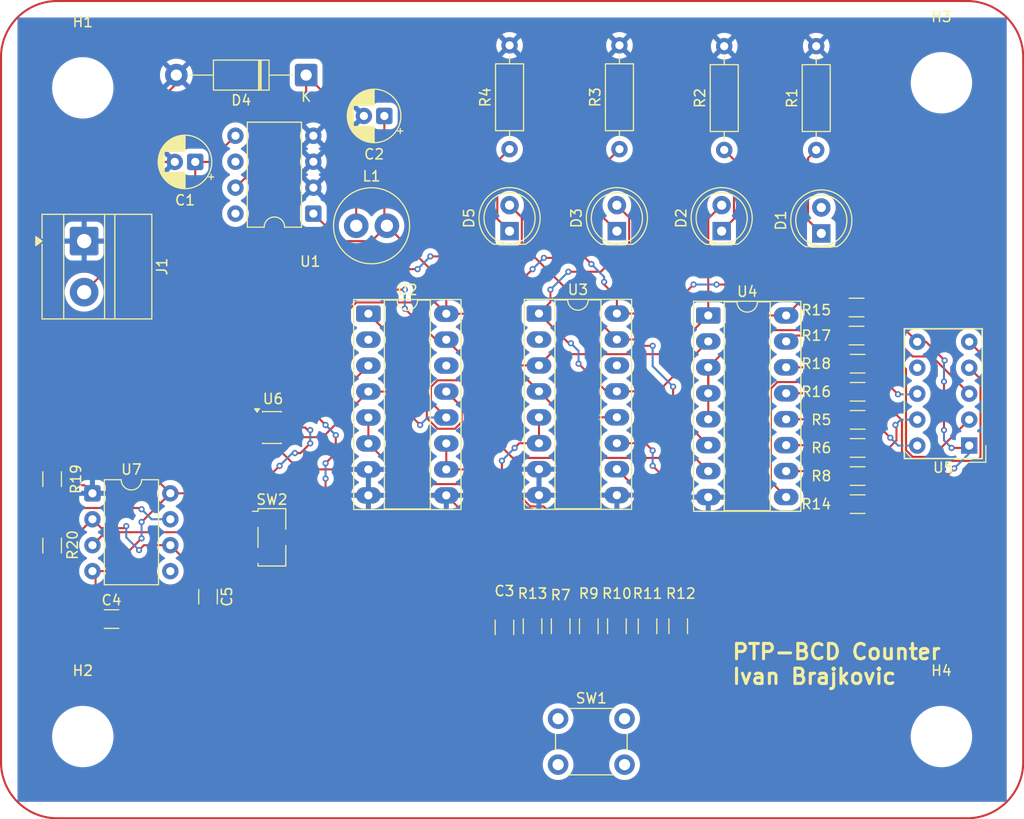
<source format=kicad_pcb>
(kicad_pcb (version 20241229) (generator "pcbnew") (generator_version "9.0")
  (layers (0 "F.Cu" signal) (2 "B.Cu" signal) (13 "F.Paste" user) (15 "B.Paste" user) (5 "F.SilkS" user "F.Silkscreen") (7 "B.SilkS" user "B.Silkscreen") (1 "F.Mask" user) (3 "B.Mask" user) (25 "Edge.Cuts" user))
  (net 0 "")
  (net 1 "GND")
  (net 2 "VD")
  (net 3 "+5V")
  (net 4 "Net-(SW2-A)")
  (net 5 "Net-(U7-THR)")
  (net 6 "Net-(D1-K)")
  (net 7 "QO")
  (net 8 "Q1")
  (net 9 "Net-(D2-K)")
  (net 10 "Q2")
  (net 11 "Net-(D3-K)")
  (net 12 "Net-(D4-K)")
  (net 13 "Net-(D5-K)")
  (net 14 "Q3")
  (net 15 "Net-(U4-a)")
  (net 16 "Net-(U5-A)")
  (net 17 "Net-(U4-b)")
  (net 18 "Net-(U5-B)")
  (net 19 "Net-(U5-C)")
  (net 20 "Net-(U4-c)")
  (net 21 "Net-(U2A-J)")
  (net 22 "Net-(U2B-J)")
  (net 23 "Net-(U3A-J)")
  (net 24 "Net-(U3B-J)")
  (net 25 "Net-(SW1B-D)")
  (net 26 "Net-(U5-D)")
  (net 27 "Net-(U4-d)")
  (net 28 "Net-(U4-BI)")
  (net 29 "Net-(U5-E)")
  (net 30 "Net-(U4-e)")
  (net 31 "Net-(U4-f)")
  (net 32 "Net-(U5-F)")
  (net 33 "Net-(U4-g)")
  (net 34 "Net-(U5-G)")
  (net 35 "Net-(U7-DIS)")
  (net 36 "555")
  (net 37 "Clock")
  (net 41 "Reset")
  (net 42 "Q0")
  (footprint "Resistor_SMD:R_1206_3216Metric_Pad1.30x1.75mm_HandSolder" (layer "F.Cu") (at 192.25 117.2 90)
    (property "Reference" "R10")
    (property "Value" "10k")
  )
  (footprint "Resistor_SMD:R_1206_3216Metric_Pad1.30x1.75mm_HandSolder" (layer "F.Cu") (at 215.8 97)
    (property "Reference" "R5")
    (property "Value" "2k" (hide yes))
  )
  (footprint "Package_DIP:DIP-16_W7.62mm_Socket_LongPads" (layer "F.Cu") (at 184.63 86.59)
    (property "Reference" "U3")
    (property "Value" "4027")
  )
  (footprint "Package_DIP:DIP-16_W7.62mm_Socket_LongPads" (layer "F.Cu") (at 201.19 86.78)
    (property "Reference" "U4")
    (property "Value" "74LS47")
  )
  (footprint "Package_DIP:DIP-8_W7.62mm" (layer "F.Cu") (at 162.555 76.81 180)
    (property "Reference" "U1")
    (property "Value" "LM2574N-5")
  )
  (footprint "Resistor_SMD:R_1206_3216Metric_Pad1.30x1.75mm_HandSolder" (layer "F.Cu") (at 189.5 117.2 90)
    (property "Reference" "R9")
    (property "Value" "10k")
  )
  (footprint "Resistor_SMD:R_1206_3216Metric_Pad1.30x1.75mm_HandSolder" (layer "F.Cu") (at 215.8 91.5)
    (property "Reference" "R18")
    (property "Value" "2k" (hide yes))
  )
  (footprint "Button_Switch_SMD:Nidec_Copal_CAS-120A" (layer "F.Cu") (at 158.5 108.5)
    (property "Reference" "SW2")
    (property "Value" "SW2")
  )
  (footprint "LED_THT:LED_D5.0mm" (layer "F.Cu") (at 202.5 78.525 90)
    (property "Reference" "D2")
    (property "Value" "LED")
  )
  (footprint "Resistor_SMD:R_1206_3216Metric_Pad1.30x1.75mm_HandSolder" (layer "F.Cu") (at 215.8 94.25)
    (property "Reference" "R16")
    (property "Value" "2k" (hide yes))
  )
  (footprint "Resistor_THT:R_Axial_DIN0207_L6.3mm_D2.5mm_P10.16mm_Horizontal" (layer "F.Cu") (at 181.75 70.5 90)
    (property "Reference" "R4")
    (property "Value" "4k7")
  )
  (footprint "Resistor_SMD:R_1206_3216Metric_Pad1.30x1.75mm_HandSolder" (layer "F.Cu") (at 215.7 86 180)
    (property "Reference" "R15")
    (property "Value" "10k" (hide yes))
  )
  (footprint "Button_Switch_THT:SW_PUSH_6mm_H4.3mm" (layer "F.Cu") (at 186.5 126.25)
    (property "Reference" "SW1")
    (property "Value" "SW_Push_Dual_x2")
  )
  (footprint "Package_TO_SOT_SMD:SOT-23-6" (layer "F.Cu") (at 158.5 97.75)
    (property "Reference" "U6")
    (property "Value" "74LVC1G11" (hide yes))
  )
  (footprint "Resistor_SMD:R_1206_3216Metric_Pad1.30x1.75mm_HandSolder" (layer "F.Cu") (at 198.25 117.2 90)
    (property "Reference" "R12")
    (property "Value" "10k")
  )
  (footprint "Resistor_THT:R_Axial_DIN0207_L6.3mm_D2.5mm_P10.16mm_Horizontal" (layer "F.Cu") (at 202.75 70.58 90)
    (property "Reference" "R2")
    (property "Value" "4k7")
  )
  (footprint "LED_THT:LED_D5.0mm" (layer "F.Cu") (at 192.25 78.525 90)
    (property "Reference" "D3")
    (property "Value" "LED")
  )
  (footprint "TerminalBlock_MetzConnect:TerminalBlock_MetzConnect_Type011_RT05502HBLC_1x02_P5.00mm_Horizontal" (layer "F.Cu") (at 140.1325 79.5 -90)
    (property "Reference" "J1")
    (property "Value" "Screw_Terminal_01x02")
  )
  (footprint "Resistor_SMD:R_1206_3216Metric_Pad1.30x1.75mm_HandSolder" (layer "F.Cu") (at 215.8 99.75)
    (property "Reference" "R6")
    (property "Value" "2k" (hide yes))
  )
  (footprint "Package_DIP:DIP-8_W7.62mm" (layer "F.Cu") (at 140.945 104.19)
    (property "Reference" "U7")
    (property "Value" "NE555P")
  )
  (footprint "MountingHole:MountingHole_5.5mm" (layer "F.Cu") (at 224 64)
    (property "Reference" "H3")
    (property "Value" "MountingHole")
  )
  (footprint "Capacitor_THT:CP_Radial_D5.0mm_P2.00mm" (layer "F.Cu") (at 151 71.75 180)
    (property "Reference" "C1")
    (property "Value" "22u")
  )
  (footprint "Resistor_SMD:R_1206_3216Metric_Pad1.30x1.75mm_HandSolder" (layer "F.Cu") (at 137 109.3 -90)
    (property "Reference" "R20")
    (property "Value" "47k")
  )
  (footprint "Diode_THT:D_DO-41_SOD81_P12.70mm_Horizontal" (layer "F.Cu") (at 161.85 63.25 180)
    (property "Reference" "D4")
    (property "Value" "11DQ06")
  )
  (footprint "Capacitor_SMD:C_1206_3216Metric_Pad1.33x1.80mm_HandSolder" (layer "F.Cu") (at 181.25 117.3125 -90)
    (property "Reference" "C3")
    (property "Value" "1u")
  )
  (footprint "MountingHole:MountingHole_5.5mm" (layer "F.Cu") (at 140 128)
    (property "Reference" "H2")
    (property "Value" "MountingHole")
  )
  (footprint "Package_DIP:DIP-16_W7.62mm_Socket_LongPads" (layer "F.Cu") (at 167.94 86.61)
    (property "Reference" "U2")
    (property "Value" "4027")
  )
  (footprint "Display_7Segment:HDSP-7401" (layer "F.Cu") (at 226.7175 99.5175 180)
    (property "Reference" "U5")
    (property "Value" "FYS-3911BUHR-21" (hide yes))
  )
  (footprint "Capacitor_SMD:C_1206_3216Metric_Pad1.33x1.80mm_HandSolder" (layer "F.Cu") (at 152.25 114.3125 -90)
    (property "Reference" "C5")
    (property "Value" "10u")
  )
  (footprint "Resistor_SMD:R_1206_3216Metric_Pad1.30x1.75mm_HandSolder" (layer "F.Cu") (at 137 102.8 -90)
    (property "Reference" "R19")
    (property "Value" "47k")
  )
  (footprint "Resistor_THT:R_Axial_DIN0207_L6.3mm_D2.5mm_P10.16mm_Horizontal" (layer "F.Cu") (at 211.75 70.58 90)
    (property "Reference" "R1")
    (property "Value" "4k7")
  )
  (footprint "Resistor_SMD:R_1206_3216Metric_Pad1.30x1.75mm_HandSolder" (layer "F.Cu") (at 186.75 117.2 90)
    (property "Reference" "R7")
    (property "Value" "10k")
  )
  (footprint "Resistor_SMD:R_1206_3216Metric_Pad1.30x1.75mm_HandSolder" (layer "F.Cu") (at 215.8 102.5)
    (property "Reference" "R8")
    (property "Value" "2K" (hide yes))
  )
  (footprint "Inductor_THT:L_Radial_D7.2mm_P3.00mm_Murata_1700" (layer "F.Cu") (at 166.75 78)
    (property "Reference" "L1")
    (property "Value" "330u")
  )
  (footprint "MountingHole:MountingHole_5.5mm" (layer "F.Cu") (at 140 64.5)
    (property "Reference" "H1")
    (property "Value" "MountingHole")
  )
  (footprint "Resistor_SMD:R_1206_3216Metric_Pad1.30x1.75mm_HandSolder" (layer "F.Cu") (at 184 117.2 90)
    (property "Reference" "R13")
    (property "Value" "2k")
  )
  (footprint "Resistor_SMD:R_1206_3216Metric_Pad1.30x1.75mm_HandSolder" (layer "F.Cu") (at 195.25 117.2 90)
    (property "Reference" "R11")
    (property "Value" "10k")
  )
  (footprint "Capacitor_SMD:C_1206_3216Metric_Pad1.33x1.80mm_HandSolder" (layer "F.Cu") (at 142.8125 116.5)
    (property "Reference" "C4")
    (property "Value" "100 n")
  )
  (footprint "Capacitor_THT:CP_Radial_D5.0mm_P2.00mm" (layer "F.Cu") (at 169.5 67.25 180)
    (property "Reference" "C2")
    (property "Value" "220u")
  )
  (footprint "Resistor_SMD:R_1206_3216Metric_Pad1.30x1.75mm_HandSolder" (layer "F.Cu") (at 215.8 105.25)
    (property "Reference" "R14")
    (property "Value" "2K" (hide yes))
  )
  (footprint "LED_THT:LED_D5.0mm" (layer "F.Cu") (at 212.25 78.75 90)
    (property "Reference" "D1")
    (property "Value" "LED")
  )
  (footprint "Resistor_SMD:R_1206_3216Metric_Pad1.30x1.75mm_HandSolder" (layer "F.Cu") (at 215.7 88.75)
    (property "Reference" "R17")
    (property "Value" "2k" (hide yes))
  )
  (footprint "LED_THT:LED_D5.0mm" (layer "F.Cu") (at 181.75 78.525 90)
    (property "Reference" "D5")
    (property "Value" "LED")
  )
  (footprint "Resistor_THT:R_Axial_DIN0207_L6.3mm_D2.5mm_P10.16mm_Horizontal" (layer "F.Cu") (at 192.5 70.5 90)
    (property "Reference" "R3")
    (property "Value" "4k7")
  )
  (footprint "MountingHole:MountingHole_5.5mm" (layer "F.Cu") (at 224 128)
    (property "Reference" "H4")
    (property "Value" "MountingHole")
  )
  (gr_line (start 132 130.5) (end 132 61.5) (stroke (width 0.2)) (layer "F.Cu"))
  (gr_arc (start 132 61.5) (mid 133.610913 57.610913) (end 137.5 56) (stroke (width 0.2)) (layer "F.Cu"))
  (gr_arc (start 226.5 56) (mid 230.389087 57.610913) (end 232 61.5) (stroke (width 0.2)) (layer "F.Cu"))
  (gr_arc (start 137.5 136) (mid 133.610913 134.389087) (end 132 130.5) (stroke (width 0.2)) (layer "F.Cu"))
  (gr_line (start 226.5 136) (end 137.5 136) (stroke (width 0.2)) (layer "F.Cu"))
  (gr_arc (start 232 130.5) (mid 230.389087 134.389087) (end 226.5 136) (stroke (width 0.2)) (layer "F.Cu"))
  (gr_line (start 137.5 56) (end 226.5 56) (stroke (width 0.2)) (layer "F.Cu"))
  (gr_line (start 232 61.5) (end 232 130.5) (stroke (width 0.2)) (layer "F.Cu"))
  (gr_text "PTP-BCD Counter\nIvan Brajkovic" (at 203.4 123 0) (layer "F.SilkS") (effects (font (size 1.5 1.5) (thickness 0.3) (bold yes)) (justify left bottom)))
  (segment (start 145 115.875) (end 144.375 116.5) (width 0.2) (layer "F.Cu") (net 1))
  (segment (start 140.60234 117.701) (end 135.824 112.92266) (width 0.2) (layer "F.Cu") (net 1))
  (segment (start 149.15 63.25) (end 149.15 64.1) (width 0.2) (layer "F.Cu") (net 1))
  (segment (start 149.15 64.1) (end 141.625 71.625) (width 0.2) (layer "F.Cu") (net 1))
  (segment (start 140.154 103.399) (end 140.945 104.19) (width 0.2) (layer "F.Cu") (net 1))
  (segment (start 167.94 101.85) (end 161.135032 101.85) (width 0.2) (layer "F.Cu") (net 1))
  (segment (start 181.25 110.08) (end 175.56 104.39) (width 0.2) (layer "F.Cu") (net 1))
  (segment (start 158.326 99.040968) (end 158.326 98.359032) (width 0.2) (layer "F.Cu") (net 1))
  (segment (start 140.1325 73.1175) (end 140.1325 79.5) (width 0.2) (layer "F.Cu") (net 1))
  (segment (start 152.25 115.875) (end 145 115.875) (width 0.2) (layer "F.Cu") (net 1))
  (segment (start 149 71.75) (end 141.75 71.75) (width 0.2) (layer "F.Cu") (net 1))
  (segment (start 158.326 98.359032) (end 157.716968 97.75) (width 0.2) (layer "F.Cu") (net 1))
  (segment (start 144.375 116.5) (end 143.174 117.701) (width 0.2) (layer "F.Cu") (net 1))
  (segment (start 135.824 103.71484) (end 136.13984 103.399) (width 0.2) (layer "F.Cu") (net 1))
  (segment (start 161.135032 101.85) (end 158.326 99.040968) (width 0.2) (layer "F.Cu") (net 1))
  (segment (start 141.75 71.75) (end 141.625 71.625) (width 0.2) (layer "F.Cu") (net 1))
  (segment (start 157.716968 97.75) (end 157.3625 97.75) (width 0.2) (layer "F.Cu") (net 1))
  (segment (start 141.625 71.625) (end 140.1325 73.1175) (width 0.2) (layer "F.Cu") (net 1))
  (segment (start 181.25 115.75) (end 181.25 110.08) (width 0.2) (layer "F.Cu") (net 1))
  (segment (start 135.824 112.92266) (end 135.824 103.71484) (width 0.2) (layer "F.Cu") (net 1))
  (segment (start 136.13984 103.399) (end 140.154 103.399) (width 0.2) (layer "F.Cu") (net 1))
  (segment (start 167.94 101.85) (end 167.94 104.39) (width 0.2) (layer "F.Cu") (net 1))
  (segment (start 143.174 117.701) (end 140.60234 117.701) (width 0.2) (layer "F.Cu") (net 1))
  (segment (start 152.375 71.75) (end 154.935 69.19) (width 0.2) (layer "F.Cu") (net 2))
  (segment (start 151 73.6325) (end 140.1325 84.5) (width 0.2) (layer "F.Cu") (net 2))
  (segment (start 151 71.75) (end 151 73.6325) (width 0.2) (layer "F.Cu") (net 2))
  (segment (start 151 71.75) (end 152.375 71.75) (width 0.2) (layer "F.Cu") (net 2))
  (segment (start 189.140735 81.140735) (end 189.75 81.75) (width 0.2) (layer "F.Cu") (net 3))
  (segment (start 161.3 100.25) (end 162.25 99.3) (width 0.2) (layer "F.Cu") (net 3))
  (segment (start 156.56 104.19) (end 159.25 101.5) (width 0.2) (layer "F.Cu") (net 3))
  (segment (start 202.75 83.75) (end 205.78 86.78) (width 0.2) (layer "F.Cu") (net 3))
  (segment (start 175.56 83.81) (end 169.75 78) (width 0.2) (layer "F.Cu") (net 3))
  (segment (start 214 82.75) (end 212.84 82.75) (width 0.2) (layer "F.Cu") (net 3))
  (segment (start 192.25 118.75) (end 189.5 118.75) (width 0.2) (layer "F.Cu") (net 3))
  (segment (start 212.84 82.75) (end 208.81 86.78) (width 0.2) (layer "F.Cu") (net 3))
  (segment (start 166.75484 85.509) (end 174.459 85.509) (width 0.2) (layer "F.Cu") (net 3))
  (segment (start 186.75 118.75) (end 189.5 118.75) (width 0.2) (layer "F.Cu") (net 3))
  (segment (start 192.25 118.75) (end 195.25 118.75) (width 0.2) (layer "F.Cu") (net 3))
  (segment (start 222.48603 89.3575) (end 224.314265 91.185735) (width 0.2) (layer "F.Cu") (net 3))
  (segment (start 203.75916 118.75) (end 216.399 106.11016) (width 0.2) (layer "F.Cu") (net 3))
  (segment (start 226.485 99.75) (end 226.7175 99.5175) (width 0.2) (layer "F.Cu") (net 3))
  (segment (start 162.25 98) (end 162 98) (width 0.2) (layer "F.Cu") (net 3))
  (segment (start 216.71484 104.074) (end 222.926 104.074) (width 0.2) (layer "F.Cu") (net 3))
  (segment (start 145.75 107) (end 145.755 107) (width 0.2) (layer "F.Cu") (net 3))
  (segment (start 198.25 118.75) (end 195.25 118.75) (width 0.2) (layer "F.Cu") (net 3))
  (segment (start 205.78 86.78) (end 208.81 86.78) (width 0.2) (layer "F.Cu") (net 3))
  (segment (start 158.975001 97.75) (end 158.674 97.448999) (width 0.2) (layer "F.Cu") (net 3))
  (segment (start 224.25 93.25) (end 224.25 98) (width 0.2) (layer "F.Cu") (net 3))
  (segment (start 196.91 86.59) (end 199.75 83.75) (width 0.2) (layer "F.Cu") (net 3))
  (segment (start 218.28 86) (end 221.6375 89.3575) (width 0.2) (layer "F.Cu") (net 3))
  (segment (start 191 83.75) (end 192.25 85) (width 0.2) (layer "F.Cu") (net 3))
  (segment (start 168.249 79.501) (end 169.75 78) (width 0.2) (layer "F.Cu") (net 3))
  (segment (start 169.5 67.25) (end 169.5 77.75) (width 0.2) (layer "F.Cu") (net 3))
  (segment (start 141.25 112.115) (end 140.945 111.81) (width 0.2) (layer "F.Cu") (net 3))
  (segment (start 140.945 111.81) (end 142.54 111.81) (width 0.2) (layer "F.Cu") (net 3))
  (segment (start 148.565 104.19) (end 156.56 104.19) (width 0.2) (layer "F.Cu") (net 3))
  (segment (start 175.56 86.61) (end 179.64 86.61) (width 0.2) (layer "F.Cu") (net 3))
  (segment (start 192.25 85) (end 192.25 86.59) (width 0.2) (layer "F.Cu") (net 3))
  (segment (start 137 101.25) (end 145.625 101.25) (width 0.2) (layer "F.Cu") (net 3))
  (segment (start 192.25 118.75) (end 203.75916 118.75) (width 0.2) (layer "F.Cu") (net 3))
  (segment (start 174.459 85.509) (end 175.56 86.61) (width 0.2) (layer "F.Cu") (net 3))
  (segment (start 169.5 77.75) (end 169.75 78) (width 0.2) (layer "F.Cu") (net 3))
  (segment (start 159.6375 97.75) (end 158.975001 97.75) (width 0.2) (layer "F.Cu") (net 3))
  (segment (start 192.25 86.59) (end 196.91 86.59) (width 0.2) (layer "F.Cu") (net 3))
  (segment (start 221.6375 89.3575) (end 222.48603 89.3575) (width 0.2) (layer "F.Cu") (net 3))
  (segment (start 158.674 93.58984) (end 166.75484 85.509) (width 0.2) (layer "F.Cu") (net 3))
  (segment (start 216.399 104.38984) (end 216.71484 104.074) (width 0.2) (layer "F.Cu") (net 3))
  (segment (start 216.399 106.11016) (end 216.399 104.38984) (width 0.2) (layer "F.Cu") (net 3))
  (segment (start 162.555 76.81) (end 165.246 79.501) (width 0.2) (layer "F.Cu") (net 3))
  (segment (start 165.246 79.501) (end 168.249 79.501) (width 0.2) (layer "F.Cu") (net 3))
  (segment (start 217.25 86) (end 214 82.75) (width 0.2) (layer "F.Cu") (net 3))
  (segment (start 202 83.75) (end 202.75 83.75) (width 0.2) (layer "F.Cu") (net 3))
  (segment (start 142.54 111.81) (end 145.75 108.6) (width 0.2) (layer "F.Cu") (net 3))
  (segment (start 179.64 86.61) (end 184 82.25) (width 0.2) (layer "F.Cu") (net 3))
  (segment (start 160.75 100.25) (end 161.3 100.25) (width 0.2) (layer "F.Cu") (net 3))
  (segment (start 145.625 101.25) (end 148.565 104.19) (width 0.2) (layer "F.Cu") (net 3))
  (segment (start 225 99.75) (end 226.485 99.75) (width 0.2) (layer "F.Cu") (net 3))
  (segment (start 162 98) (end 161.75 97.75) (width 0.2) (layer "F.Cu") (net 3))
  (segment (start 175.56 86.61) (end 175.56 83.81) (width 0.2) (layer "F.Cu") (net 3))
  (segment (start 222.926 104.074) (end 225.25 101.75) (width 0.2) (layer "F.Cu") (net 3))
  (segment (start 141.25 116.5) (end 141.25 112.115) (width 0.2) (layer "F.Cu") (net 3))
  (segment (start 185.109265 81.140735) (end 189.140735 81.140735) (width 0.2) (layer "F.Cu") (net 3))
  (segment (start 158.674 97.448999) (end 158.674 93.58984) (width 0.2) (layer "F.Cu") (net 3))
  (segment (start 191 83.5) (end 191 83.75) (width 0.2) (layer "F.Cu") (net 3))
  (segment (start 217.25 86) (end 218.28 86) (width 0.2) (layer "F.Cu") (net 3))
  (segment (start 161.75 97.75) (end 159.6375 97.75) (width 0.2) (layer "F.Cu") (net 3))
  (segment (start 145.755 107) (end 148.565 104.19) (width 0.2) (layer "F.Cu") (net 3))
  (via (at 184 82.25) (size 0.6) (drill 0.3) (layers "F.Cu" "B.Cu") (net 3))
  (via (at 224.25 98) (size 0.6) (drill 0.3) (layers "F.Cu" "B.Cu") (net 3))
  (via (at 189.75 81.75) (size 0.6) (drill 0.3) (layers "F.Cu" "B.Cu") (net 3))
  (via (at 145.75 108.6) (size 0.6) (drill 0.3) (layers "F.Cu" "B.Cu") (net 3))
  (via (at 162.25 99.3) (size 0.6) (drill 0.3) (layers "F.Cu" "B.Cu") (net 3))
  (via (at 160.75 100.25) (size 0.6) (drill 0.3) (layers "F.Cu" "B.Cu") (net 3))
  (via (at 145.75 107) (size 0.6) (drill 0.3) (layers "F.Cu" "B.Cu") (net 3))
  (via (at 159.25 101.5) (size 0.6) (drill 0.3) (layers "F.Cu" "B.Cu") (net 3))
  (via (at 199.75 83.75) (size 0.6) (drill 0.3) (layers "F.Cu" "B.Cu") (net 3))
  (via (at 225 99.75) (size 0.6) (drill 0.3) (layers "F.Cu" "B.Cu") (net 3))
  (via (at 191 83.5) (size 0.6) (drill 0.3) (layers "F.Cu" "B.Cu") (net 3))
  (via (at 162.25 98) (size 0.6) (drill 0.3) (layers "F.Cu" "B.Cu") (net 3))
  (via (at 225.25 101.75) (size 0.6) (drill 0.3) (layers "F.Cu" "B.Cu") (net 3))
  (via (at 224.314265 91.185735) (size 0.6) (drill 0.3) (layers "F.Cu" "B.Cu") (net 3))
  (via (at 185.109265 81.140735) (size 0.6) (drill 0.3) (layers "F.Cu" "B.Cu") (net 3))
  (via (at 224.25 93.25) (size 0.6) (drill 0.3) (layers "F.Cu" "B.Cu") (net 3))
  (via (at 202 83.75) (size 0.6) (drill 0.3) (layers "F.Cu" "B.Cu") (net 3))
  (segment (start 224.25 98) (end 224.25 99) (width 0.2) (layer "B.Cu") (net 3))
  (segment (start 226.7175 100.2825) (end 226.7175 99.5175) (width 0.2) (layer "B.Cu") (net 3))
  (segment (start 145.75 108.6) (end 145.75 107) (width 0.2) (layer "B.Cu") (net 3))
  (segment (start 159.25 101.5) (end 160.5 100.25) (width 0.2) (layer "B.Cu") (net 3))
  (segment (start 160.5 100.25) (end 160.75 100.25) (width 0.2) (layer "B.Cu") (net 3))
  (segment (start 225.25 101.75) (end 226.7175 100.2825) (width 0.2) (layer "B.Cu") (net 3))
  (segment (start 184 82.25) (end 185.109265 81.140735) (width 0.2) (layer "B.Cu") (net 3))
  (segment (start 224.25 91.25) (end 224.25 93.25) (width 0.2) (layer "B.Cu") (net 3))
  (segment (start 189.75 81.75) (end 191 83) (width 0.2) (layer "B.Cu") (net 3))
  (segment (start 162.25 99.3) (end 162.25 98) (width 0.2) (layer "B.Cu") (net 3))
  (segment (start 199.75 83.75) (end 202 83.75) (width 0.2) (layer "B.Cu") (net 3))
  (segment (start 224.25 99) (end 225 99.75) (width 0.2) (layer "B.Cu") (net 3))
  (segment (start 191 83) (end 191 83.5) (width 0.2) (layer "B.Cu") (net 3))
  (segment (start 224.314265 91.185735) (end 224.25 91.25) (width 0.2) (layer "B.Cu") (net 3))
  (segment (start 186.75 115.65) (end 184 115.65) (width 0.2) (layer "F.Cu") (net 4))
  (segment (start 184 116.125) (end 181.25 118.875) (width 0.2) (layer "F.Cu") (net 4))
  (segment (start 184 115.65) (end 184 116.125) (width 0.2) (layer "F.Cu") (net 4))
  (segment (start 181.25 118.875) (end 165.975 118.875) (width 0.2) (layer "F.Cu") (net 4))
  (segment (start 165.975 118.875) (end 157.35 110.25) (width 0.2) (layer "F.Cu") (net 4))
  (segment (start 137 110.675) (end 140.945 106.73) (width 0.2) (layer "F.Cu") (net 5))
  (segment (start 145.98 109.27) (end 148.565 109.27) (width 0.2) (layer "F.Cu") (net 5))
  (segment (start 141.814 107.599) (end 144.051 107.599) (width 0.2) (layer "F.Cu") (net 5))
  (segment (start 152.045 112.75) (end 148.565 109.27) (width 0.2) (layer "F.Cu") (net 5))
  (segment (start 140.945 106.73) (end 141.814 107.599) (width 0.2) (layer "F.Cu") (net 5))
  (segment (start 152.25 112.75) (end 152.045 112.75) (width 0.2) (layer "F.Cu") (net 5))
  (segment (start 145.5 109.75) (end 145.98 109.27) (width 0.2) (layer "F.Cu") (net 5))
  (segment (start 137 110.85) (end 137 110.675) (width 0.2) (layer "F.Cu") (net 5))
  (segment (start 144.051 107.599) (end 144.25 107.4) (width 0.2) (layer "F.Cu") (net 5))
  (via (at 145.5 109.75) (size 0.6) (drill 0.3) (layers "F.Cu" "B.Cu") (net 5))
  (via (at 144.25 107.4) (size 0.6) (drill 0.3) (layers "F.Cu" "B.Cu") (net 5))
  (segment (start 144.25 107.4) (end 144.25 108.5) (width 0.2) (layer "B.Cu") (net 5))
  (segment (start 144.25 108.5) (end 145.5 109.75) (width 0.2) (layer "B.Cu") (net 5))
  (segment (start 210.950001 77.450001) (end 212.25 78.75) (width 0.2) (layer "F.Cu") (net 6))
  (segment (start 210.950001 71.379999) (end 210.950001 77.450001) (width 0.2) (layer "F.Cu") (net 6))
  (segment (start 211.75 70.58) (end 210.950001 71.379999) (width 0.2) (layer "F.Cu") (net 6))
  (segment (start 185.731 90.569) (end 184.63 91.67) (width 0.2) (layer "F.Cu") (net 8))
  (segment (start 201.19 86.78) (end 197.401 90.569) (width 0.2) (layer "F.Cu") (net 8))
  (segment (start 174.541 89.15) (end 175.56 89.15) (width 0.2) (layer "F.Cu") (net 8))
  (segment (start 178.08 91.67) (end 175.56 89.15) (width 0.2) (layer "F.Cu") (net 8))
  (segment (start 201.19 77.295) (end 201.19 86.78) (width 0.2) (layer "F.Cu") (net 8))
  (segment (start 184.63 91.67) (end 178.08 91.67) (width 0.2) (layer "F.Cu") (net 8))
  (segment (start 157.3625 96.8) (end 157.3625 94.1375) (width 0.2) (layer "F.Cu") (net 8))
  (segment (start 202.5 75.985) (end 201.19 77.295) (width 0.2) (layer "F.Cu") (net 8))
  (segment (start 167.25 84.25) (end 171.5 84.25) (width 0.2) (layer "F.Cu") (net 8))
  (segment (start 197.401 90.569) (end 185.731 90.569) (width 0.2) (layer "F.Cu") (net 8))
  (segment (start 157.3625 94.1375) (end 167.25 84.25) (width 0.2) (layer "F.Cu") (net 8))
  (segment (start 171.5 86.109) (end 174.541 89.15) (width 0.2) (layer "F.Cu") (net 8))
  (via (at 171.5 86.109) (size 0.6) (drill 0.3) (layers "F.Cu" "B.Cu") (net 8))
  (via (at 171.5 84.25) (size 0.6) (drill 0.3) (layers "F.Cu" "B.Cu") (net 8))
  (segment (start 171.5 84.25) (end 171.5 86.109) (width 0.2) (layer "B.Cu") (net 8))
  (segment (start 203.701 71.531) (end 203.701 77.324) (width 0.2) (layer "F.Cu") (net 9))
  (segment (start 202.75 70.58) (end 203.701 71.531) (width 0.2) (layer "F.Cu") (net 9))
  (segment (start 203.701 77.324) (end 202.5 78.525) (width 0.2) (layer "F.Cu") (net 9))
  (segment (start 191.21 94.21) (end 188.5 91.5) (width 0.2) (layer "F.Cu") (net 10))
  (segment (start 187.54 89.5) (end 184.63 86.59) (width 0.2) (layer "F.Cu") (net 10))
  (segment (start 185.75 85.47) (end 184.63 86.59) (width 0.2) (layer "F.Cu") (net 10))
  (segment (start 193.451 77.186) (end 193.451 79.726) (width 0.2) (layer "F.Cu") (net 10))
  (segment (start 192.25 94.21) (end 191.21 94.21) (width 0.2) (layer "F.Cu") (net 10))
  (segment (start 190.677 82.5) (end 187.5 82.5) (width 0.2) (layer "F.Cu") (net 10))
  (segment (start 192.25 75.985) (end 193.451 77.186) (width 0.2) (layer "F.Cu") (net 10))
  (segment (start 187.75 89.5) (end 187.54 89.5) (width 0.2) (layer "F.Cu") (net 10))
  (segment (start 196.3 94.21) (end 192.25 94.21) (width 0.2) (layer "F.Cu") (net 10))
  (segment (start 185.75 84.25) (end 185.75 85.47) (width 0.2) (layer "F.Cu") (net 10))
  (segment (start 193.451 79.726) (end 190.677 82.5) (width 0.2) (layer "F.Cu") (net 10))
  (segment (start 201.19 89.32) (end 196.3 94.21) (width 0.2) (layer "F.Cu") (net 10))
  (via (at 187.75 89.5) (size 0.6) (drill 0.3) (layers "F.Cu" "B.Cu") (net 10))
  (via (at 187.5 82.5) (size 0.6) (drill 0.3) (layers "F.Cu" "B.Cu") (net 10))
  (via (at 188.5 91.5) (size 0.6) (drill 0.3) (layers "F.Cu" "B.Cu") (net 10))
  (via (at 185.75 84.25) (size 0.6) (drill 0.3) (layers "F.Cu" "B.Cu") (net 10))
  (segment (start 187.5 82.5) (end 185.75 84.25) (width 0.2) (layer "B.Cu") (net 10))
  (segment (start 188.5 91.5) (end 188.5 90.25) (width 0.2) (layer "B.Cu") (net 10))
  (segment (start 188.5 90.25) (end 187.75 89.5) (width 0.2) (layer "B.Cu") (net 10))
  (segment (start 188.725 75) (end 192.25 78.525) (width 0.2) (layer "F.Cu") (net 11))
  (segment (start 192.5 70.5) (end 188.725 74.275) (width 0.2) (layer "F.Cu") (net 11))
  (segment (start 188.725 74.275) (end 188.725 75) (width 0.2) (layer "F.Cu") (net 11))
  (segment (start 161.85 67.355) (end 154.935 74.27) (width 0.2) (layer "F.Cu") (net 12))
  (segment (start 161.85 63.25) (end 161.85 67.355) (width 0.2) (layer "F.Cu") (net 12))
  (segment (start 166.75 68.15) (end 166.75 78) (width 0.2) (layer "F.Cu") (net 12))
  (segment (start 161.85 63.25) (end 166.75 68.15) (width 0.2) (layer "F.Cu") (net 12))
  (segment (start 180.549 77.324) (end 181.75 78.525) (width 0.2) (layer "F.Cu") (net 13))
  (segment (start 180.549 71.701) (end 180.549 77.324) (width 0.2) (layer "F.Cu") (net 13))
  (segment (start 181.75 70.5) (end 180.549 71.701) (width 0.2) (layer "F.Cu") (net 13))
  (segment (start 182.951 79.726) (end 182.951 77.186) (width 0.2) (layer "F.Cu") (net 14))
  (segment (start 197.75 96.04) (end 197.75 93.75) (width 0.2) (layer "F.Cu") (net 14))
  (segment (start 156.700001 98.7) (end 156.399 98.398999) (width 0.2) (layer "F.Cu") (net 14))
  (segment (start 181.75 75.985) (end 183.735 77.97) (width 0.2) (layer "F.Cu") (net 14))
  (segment (start 156.399 94.5339) (end 168.6829 82.25) (width 0.2) (layer "F.Cu") (net 14))
  (segment (start 181.677 81) (end 182.951 79.726) (width 0.2) (layer "F.Cu") (net 14))
  (segment (start 194.13 89.13) (end 192.25 89.13) (width 0.2) (layer "F.Cu") (net 14))
  (segment (start 183.735 77.97) (end 183.735 80.615) (width 0.2) (layer "F.Cu") (net 14))
  (segment (start 201.19 99.48) (end 197.75 96.04) (width 0.2) (layer "F.Cu") (net 14))
  (segment (start 168.6829 82.25) (end 172.75 82.25) (width 0.2) (layer "F.Cu") (net 14))
  (segment (start 195.75 89.75) (end 194.75 89.75) (width 0.2) (layer "F.Cu") (net 14))
  (segment (start 182.951 77.186) (end 181.75 75.985) (width 0.2) (layer "F.Cu") (net 14))
  (segment (start 174 81) (end 181.677 81) (width 0.2) (layer "F.Cu") (net 14))
  (segment (start 157.3625 98.7) (end 156.700001 98.7) (width 0.2) (layer "F.Cu") (net 14))
  (segment (start 156.399 98.398999) (end 156.399 94.5339) (width 0.2) (layer "F.Cu") (net 14))
  (segment (start 183.735 80.615) (end 192.25 89.13) (width 0.2) (layer "F.Cu") (net 14))
  (segment (start 194.75 89.75) (end 194.13 89.13) (width 0.2) (layer "F.Cu") (net 14))
  (via (at 172.75 82.25) (size 0.6) (drill 0.3) (layers "F.Cu" "B.Cu") (net 14))
  (via (at 174 81) (size 0.6) (drill 0.3) (layers "F.Cu" "B.Cu") (net 14))
  (via (at 195.75 89.75) (size 0.6) (drill 0.3) (layers "F.Cu" "B.Cu") (net 14))
  (via (at 197.75 93.75) (size 0.6) (drill 0.3) (layers "F.Cu" "B.Cu") (net 14))
  (segment (start 195.75 91.75) (end 195.75 89.75) (width 0.2) (layer "B.Cu") (net 14))
  (segment (start 197.75 93.75) (end 195.75 91.75) (width 0.2) (layer "B.Cu") (net 14))
  (segment (start 172.75 82.25) (end 174 81) (width 0.2) (layer "B.Cu") (net 14))
  (segment (start 211.65 94.4) (end 214.25 97) (width 0.2) (layer "F.Cu") (net 15))
  (segment (start 208.81 94.4) (end 211.65 94.4) (width 0.2) (layer "F.Cu") (net 15))
  (segment (start 217.35 97.1) (end 219 98.75) (width 0.2) (layer "F.Cu") (net 16))
  (segment (start 217.35 97) (end 217.35 97.1) (width 0.2) (layer "F.Cu") (net 16))
  (via (at 219 98.75) (size 0.6) (drill 0.3) (layers "F.Cu" "B.Cu") (net 16))
  (segment (start 219.7675 99.5175) (end 221.6375 99.5175) (width 0.2) (layer "B.Cu") (net 16))
  (segment (start 219 98.75) (end 219.7675 99.5175) (width 0.2) (layer "B.Cu") (net 16))
  (segment (start 211.44 96.94) (end 214.25 99.75) (width 0.2) (layer "F.Cu") (net 17))
  (segment (start 208.81 96.94) (end 211.44 96.94) (width 0.2) (layer "F.Cu") (net 17))
  (segment (start 218.865 99.75) (end 219.601 99.014) (width 0.2) (layer "F.Cu") (net 18))
  (segment (start 219.601 99.014) (end 219.601 97.601) (width 0.2) (layer "F.Cu") (net 18))
  (segment (start 219.601 97.601) (end 219.5 97.5) (width 0.2) (layer "F.Cu") (net 18))
  (segment (start 217.35 99.75) (end 218.865 99.75) (width 0.2) (layer "F.Cu") (net 18))
  (via (at 219.5 97.5) (size 0.6) (drill 0.3) (layers "F.Cu" "B.Cu") (net 18))
  (segment (start 220.0225 96.9775) (end 221.6375 96.9775) (width 0.2) (layer "B.Cu") (net 18))
  (segment (start 219.5 97.5) (end 220.0225 96.9775) (width 0.2) (layer "B.Cu") (net 18))
  (segment (start 218.324 93.074) (end 219.75 94.5) (width 0.2) (layer "F.Cu") (net 19))
  (segment (start 216.71484 93.074) (end 218.324 93.074) (width 0.2) (layer "F.Cu") (net 19))
  (segment (start 216.399 93.38984) (end 216.71484 93.074) (width 0.2) (layer "F.Cu") (net 19))
  (segment (start 216.399 101.549) (end 216.399 93.38984) (width 0.2) (layer "F.Cu") (net 19))
  (segment (start 217.35 102.5) (end 216.399 101.549) (width 0.2) (layer "F.Cu") (net 19))
  (via (at 219.75 94.5) (size 0.6) (drill 0.3) (layers "F.Cu" "B.Cu") (net 19))
  (segment (start 221.575 94.5) (end 221.6375 94.4375) (width 0.2) (layer "B.Cu") (net 19))
  (segment (start 219.75 94.5) (end 221.575 94.5) (width 0.2) (layer "B.Cu") (net 19))
  (segment (start 211.23 99.48) (end 214.25 102.5) (width 0.2) (layer "F.Cu") (net 20))
  (segment (start 208.81 99.48) (end 211.23 99.48) (width 0.2) (layer "F.Cu") (net 20))
  (segment (start 167.94 96.77) (end 167.94 99.31) (width 0.2) (layer "F.Cu") (net 21))
  (segment (start 171.919 103.289) (end 167.94 99.31) (width 0.2) (layer "F.Cu") (net 21))
  (segment (start 177.139 103.289) (end 171.919 103.289) (width 0.2) (layer "F.Cu") (net 21))
  (segment (start 189.5 115.65) (end 177.139 103.289) (width 0.2) (layer "F.Cu") (net 21))
  (segment (start 178.45 101.85) (end 175.56 101.85) (width 0.2) (layer "F.Cu") (net 22))
  (segment (start 192.25 115.65) (end 178.45 101.85) (width 0.2) (layer "F.Cu") (net 22))
  (segment (start 175.56 101.85) (end 175.56 99.31) (width 0.2) (layer "F.Cu") (net 22))
  (segment (start 181 101) (end 181 102.697049) (width 0.2) (layer "F.Cu") (net 23))
  (segment (start 183.773951 105.471) (end 185.071 105.471) (width 0.2) (layer "F.Cu") (net 23))
  (segment (start 182.71 99.29) (end 182.25 99.75) (width 0.2) (layer "F.Cu") (net 23))
  (segment (start 184.63 96.75) (end 184.63 99.29) (width 0.2) (layer "F.Cu") (net 23))
  (segment (start 185.071 105.471) (end 195.25 115.65) (width 0.2) (layer "F.Cu") (net 23))
  (segment (start 184.63 99.29) (end 182.71 99.29) (width 0.2) (layer "F.Cu") (net 23))
  (segment (start 181 102.697049) (end 183.773951 105.471) (width 0.2) (layer "F.Cu") (net 23))
  (via (at 182.25 99.75) (size 0.6) (drill 0.3) (layers "F.Cu" "B.Cu") (net 23))
  (via (at 181 101) (size 0.6) (drill 0.3) (layers "F.Cu" "B.Cu") (net 23))
  (segment (start 182.25 99.75) (end 181 101) (width 0.2) (layer "B.Cu") (net 23))
  (segment (start 198.25 107.83) (end 198.25 115.65) (width 0.2) (layer "F.Cu") (net 24))
  (segment (start 195.75 101.5) (end 198.25 104) (width 0.2) (layer "F.Cu") (net 24))
  (segment (start 198.25 104) (end 198.25 115.65) (width 0.2) (layer "F.Cu") (net 24))
  (segment (start 195.04 99.29) (end 195.75 100) (width 0.2) (layer "F.Cu") (net 24))
  (segment (start 192.25 99.29) (end 195.04 99.29) (width 0.2) (layer "F.Cu") (net 24))
  (segment (start 192.25 101.83) (end 198.25 107.83) (width 0.2) (layer "F.Cu") (net 24))
  (via (at 195.75 100) (size 0.6) (drill 0.3) (layers "F.Cu" "B.Cu") (net 24))
  (via (at 195.75 101.5) (size 0.6) (drill 0.3) (layers "F.Cu" "B.Cu") (net 24))
  (segment (start 195.75 100) (end 195.75 101.5) (width 0.2) (layer "B.Cu") (net 24))
  (segment (start 228.2195 100.7846) (end 228.2195 90.8595) (width 0.2) (layer "F.Cu") (net 26))
  (segment (start 223.7541 105.25) (end 228.2195 100.7846) (width 0.2) (layer "F.Cu") (net 26))
  (segment (start 228.2195 90.8595) (end 226.7175 89.3575) (width 0.2) (layer "F.Cu") (net 26))
  (segment (start 217.35 105.25) (end 223.7541 105.25) (width 0.2) (layer "F.Cu") (net 26))
  (segment (start 208.81 102.02) (end 211.02 102.02) (width 0.2) (layer "F.Cu") (net 27))
  (segment (start 211.02 102.02) (end 214.25 105.25) (width 0.2) (layer "F.Cu") (net 27))
  (segment (start 214.15 86) (end 211.931 88.219) (width 0.2) (layer "F.Cu") (net 28))
  (segment (start 201.19 91.86) (end 201.19 94.4) (width 0.2) (layer "F.Cu") (net 28))
  (segment (start 204.831 88.219) (end 201.19 91.86) (width 0.2) (layer "F.Cu") (net 28))
  (segment (start 211.931 88.219) (end 204.831 88.219) (width 0.2) (layer "F.Cu") (net 28))
  (segment (start 201.19 96.94) (end 201.19 91.86) (width 0.2) (layer "F.Cu") (net 28))
  (segment (start 227.4175 101.0195) (end 227.8185 100.6185) (width 0.2) (layer "F.Cu") (net 29))
  (segment (start 220.1355 97.0355) (end 220.1355 100.13965) (width 0.2) (layer "F.Cu") (net 29))
  (segment (start 217.35 94.25) (end 220.1355 97.0355) (width 0.2) (layer "F.Cu") (net 29))
  (segment (start 227.8185 92.9985) (end 226.7175 91.8975) (width 0.2) (layer "F.Cu") (net 29))
  (segment (start 220.1355 100.13965) (end 221.01535 101.0195) (width 0.2) (layer "F.Cu") (net 29))
  (segment (start 221.01535 101.0195) (end 227.4175 101.0195) (width 0.2) (layer "F.Cu") (net 29))
  (segment (start 227.8185 100.6185) (end 227.8185 92.9985) (width 0.2) (layer "F.Cu") (net 29))
  (segment (start 207.953951 93.299) (end 213.299 93.299) (width 0.2) (layer "F.Cu") (net 30))
  (segment (start 207.309 103.059) (end 207.309 93.943951) (width 0.2) (layer "F.Cu") (net 30))
  (segment (start 213.299 93.299) (end 214.25 94.25) (width 0.2) (layer "F.Cu") (net 30))
  (segment (start 207.309 93.943951) (end 207.953951 93.299) (width 0.2) (layer "F.Cu") (net 30))
  (segment (start 208.81 104.56) (end 207.309 103.059) (width 0.2) (layer "F.Cu") (net 30))
  (segment (start 209.38 88.75) (end 208.81 89.32) (width 0.2) (layer "F.Cu") (net 31))
  (segment (start 214.15 88.75) (end 209.38 88.75) (width 0.2) (layer "F.Cu") (net 31))
  (segment (start 220.5365 99.97355) (end 221.18145 100.6185) (width 0.2) (layer "F.Cu") (net 32))
  (segment (start 217.25 88.75) (end 220.5365 92.0365) (width 0.2) (layer "F.Cu") (net 32))
  (segment (start 223.0765 100.6185) (end 226.7175 96.9775) (width 0.2) (layer "F.Cu") (net 32))
  (segment (start 221.18145 100.6185) (end 223.0765 100.6185) (width 0.2) (layer "F.Cu") (net 32))
  (segment (start 220.5365 92.0365) (end 220.5365 99.97355) (width 0.2) (layer "F.Cu") (net 32))
  (segment (start 214 91.5) (end 213.64 91.86) (width 0.2) (layer "F.Cu") (net 33))
  (segment (start 213.64 91.86) (end 208.81 91.86) (width 0.2) (layer "F.Cu") (net 33))
  (segment (start 214.25 91.5) (end 214 91.5) (width 0.2) (layer "F.Cu") (net 33))
  (segment (start 217.95895 87.574) (end 221.18145 90.7965) (width 0.2) (layer "F.Cu") (net 34))
  (segment (start 216.299 90.449) (end 216.299 87.88984) (width 0.2) (layer "F.Cu") (net 34))
  (segment (start 223.0765 90.7965) (end 226.7175 94.4375) (width 0.2) (layer "F.Cu") (net 34))
  (segment (start 216.299 87.88984) (end 216.61484 87.574) (width 0.2) (layer "F.Cu") (net 34))
  (segment (start 221.18145 90.7965) (end 223.0765 90.7965) (width 0.2) (layer "F.Cu") (net 34))
  (segment (start 216.61484 87.574) (end 217.95895 87.574) (width 0.2) (layer "F.Cu") (net 34))
  (segment (start 217.35 91.5) (end 216.299 90.449) (width 0.2) (layer "F.Cu") (net 34))
  (segment (start 137 107.75) (end 139.121 105.629) (width 0.2) (layer "F.Cu") (net 35))
  (segment (start 137 107.75) (end 137 104.35) (width 0.2) (layer "F.Cu") (net 35))
  (segment (start 139.121 105.629) (end 145.629 105.629) (width 0.2) (layer "F.Cu") (net 35))
  (segment (start 145.629 105.629) (end 145.75 105.75) (width 0.2) (layer "F.Cu") (net 35))
  (via (at 145.75 105.75) (size 0.6) (drill 0.3) (layers "F.Cu" "B.Cu") (net 35))
  (segment (start 145.75 105.75) (end 146.73 106.73) (width 0.2) (layer "B.Cu") (net 35))
  (segment (start 146.73 106.73) (end 148.565 106.73) (width 0.2) (layer "B.Cu") (net 35))
  (segment (start 156.1 108) (end 142.215 108) (width 0.2) (layer "F.Cu") (net 36))
  (segment (start 157.35 106.75) (end 156.1 108) (width 0.2) (layer "F.Cu") (net 36))
  (segment (start 142.215 108) (end 140.945 109.27) (width 0.2) (layer "F.Cu") (net 36))
  (segment (start 159.65 108.5) (end 163.75 104.4) (width 0.2) (layer "F.Cu") (net 37))
  (segment (start 163.05 96.8) (end 159.6375 96.8) (width 0.2) (layer "F.Cu") (net 37))
  (segment (start 164.75 100.25) (end 164.75 98.5) (width 0.2) (layer "F.Cu") (net 37))
  (segment (start 163.75 97.5) (end 163.05 96.8) (width 0.2) (layer "F.Cu") (net 37))
  (segment (start 159.6375 96.8) (end 162.83 96.8) (width 0.2) (layer "F.Cu") (net 37))
  (segment (start 163.75 101.25) (end 164.75 100.25) (width 0.2) (layer "F.Cu") (net 37))
  (segment (start 162.83 96.8) (end 167.94 91.69) (width 0.2) (layer "F.Cu") (net 37))
  (segment (start 163.75 104.4) (end 163.75 102.75) (width 0.2) (layer "F.Cu") (net 37))
  (via (at 163.75 101.25) (size 0.6) (drill 0.3) (layers "F.Cu" "B.Cu") (net 37))
  (via (at 164.75 98.5) (size 0.6) (drill 0.3) (layers "F.Cu" "B.Cu") (net 37))
  (via (at 163.75 97.5) (size 0.6) (drill 0.3) (layers "F.Cu" "B.Cu") (net 37))
  (via (at 163.75 102.75) (size 0.6) (drill 0.3) (layers "F.Cu" "B.Cu") (net 37))
  (segment (start 164.75 98.5) (end 163.75 97.5) (width 0.2) (layer "B.Cu") (net 37))
  (segment (start 163.75 102.75) (end 163.75 101.25) (width 0.2) (layer "B.Cu") (net 37))
  (segment (start 183.549 93.129) (end 174.703951 93.129) (width 0.2) (layer "F.Cu") (net 41))
  (segment (start 192.25 96.75) (end 187.17 96.75) (width 0.2) (layer "F.Cu") (net 41))
  (segment (start 184.63 94.21) (end 183.549 93.129) (width 0.2) (layer "F.Cu") (net 41))
  (segment (start 187.17 96.75) (end 184.63 94.21) (width 0.2) (layer "F.Cu") (net 41))
  (segment (start 169.73 94.23) (end 173 97.5) (width 0.2) (layer "F.Cu") (net 41))
  (segment (start 174.703951 93.129) (end 174.059 93.773951) (width 0.2) (layer "F.Cu") (net 41))
  (segment (start 167.94 94.23) (end 169.73 94.23) (width 0.2) (layer "F.Cu") (net 41))
  (segment (start 163.47 98.7) (end 159.6375 98.7) (width 0.2) (layer "F.Cu") (net 41))
  (segment (start 174.059 95.269) (end 175.56 96.77) (width 0.2) (layer "F.Cu") (net 41))
  (segment (start 174.059 93.773951) (end 174.059 95.269) (width 0.2) (layer "F.Cu") (net 41))
  (segment (start 167.94 94.23) (end 163.47 98.7) (width 0.2) (layer "F.Cu") (net 41))
  (via (at 173 97.5) (size 0.6) (drill 0.3) (layers "F.Cu" "B.Cu") (net 41))
  (segment (start 173.73 96.77) (end 175.56 96.77) (width 0.2) (layer "B.Cu") (net 41))
  (segment (start 173 97.5) (end 173.73 96.77) (width 0.2) (layer "B.Cu") (net 41))
  (segment (start 177.061 97.226049) (end 177.061 95.731) (width 0.2) (layer "F.Cu") (net 42))
  (segment (start 182.059 100.729) (end 175.56 94.23) (width 0.2) (layer "F.Cu") (net 42))
  (segment (start 177.061 95.731) (end 175.56 94.23) (width 0.2) (layer "F.Cu") (net 42))
  (segment (start 173.658 92.328) (end 173.658 96.825049) (width 0.2) (layer "F.Cu") (net 42))
  (segment (start 174.703951 97.871) (end 176.416049 97.871) (width 0.2) (layer "F.Cu") (net 42))
  (segment (start 201.19 102.02) (end 199.899 100.729) (width 0.2) (layer "F.Cu") (net 42))
  (segment (start 199.899 100.729) (end 182.059 100.729) (width 0.2) (layer "F.Cu") (net 42))
  (segment (start 176.416049 97.871) (end 177.061 97.226049) (width 0.2) (layer "F.Cu") (net 42))
  (segment (start 167.94 86.61) (end 173.658 92.328) (width 0.2) (layer "F.Cu") (net 42))
  (segment (start 173.658 96.825049) (end 174.703951 97.871) (width 0.2) (layer "F.Cu") (net 42))
  (zone (net 1) (net_name "GND") (layer "B.Cu") (connect_pads (clearance 0.5)) (min_thickness 0.25) (fill yes (thermal_gap 0.5) (thermal_bridge_width 0.5))
    (polygon (pts (xy 133.610913 57.610913) (xy 133.610913 134.389087) (xy 230.389087 134.389087) (xy 230.389087 57.610913)))
  )
)
</source>
